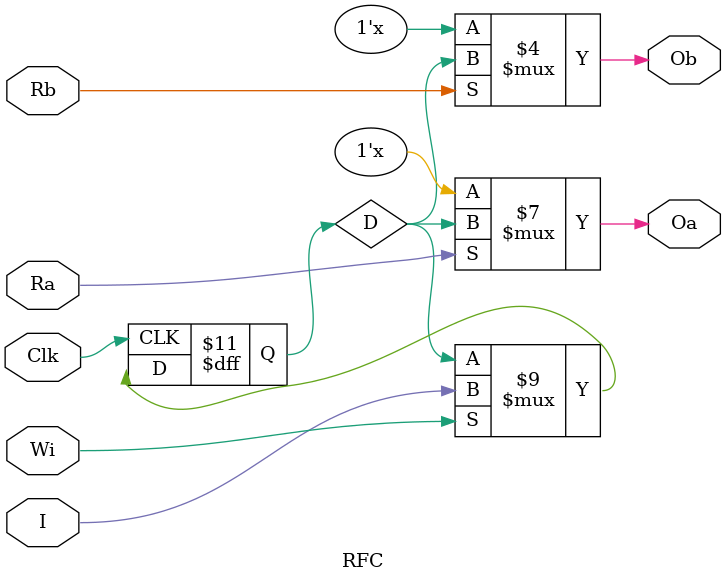
<source format=v>
module RFC(Oa,Ob,I,Wi,Ra,Rb,Clk);
input I,Wi,Ra,Rb,Clk;
output reg Oa, Ob;
reg D;

always@(posedge Clk)
begin
	if(Wi)
		D <= I;
end	

always@(*)
begin
	if(Ra)
		Oa <= D;
	else
		Oa <= 1'bz;
	if(Rb)
		Ob <= D;
	else
		Ob <= 1'bz;
end
endmodule

</source>
